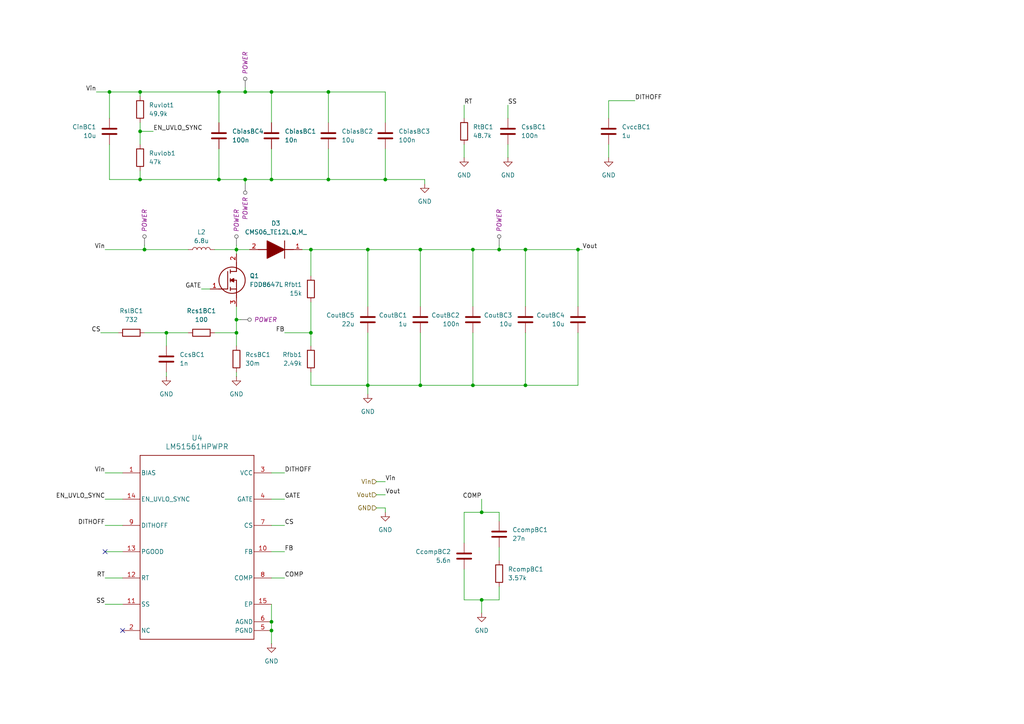
<source format=kicad_sch>
(kicad_sch (version 20231120) (generator "eeschema") (generator_version "8.0")
  (paper "A4")
  (title_block (title "Boost Converter") (date "2024-03-27") (rev "v0.1.0") (company "RTAP"))
  (lib_symbols
    (symbol "Device:C" (pin_numbers hide) (pin_names (offset 0.254))
      (property "Reference" "C" (at 0.635 2.54 0))
      (property "Value" "C" (at 0.635 -2.54 0))
      (symbol "C_0_1"
        (polyline (pts (xy -2.032 -0.762) (xy 2.032 -0.762)) (stroke (width 0.508)))
        (polyline (pts (xy -2.032 0.762) (xy 2.032 0.762)) (stroke (width 0.508)))
      )
      (symbol "C_1_1"
        (pin passive line (at 0 3.81 270) (length 2.794) (name "~") (number "1"))
        (pin passive line (at 0 -3.81 90) (length 2.794) (name "~") (number "2"))
      )
    )
    (symbol "Device:L" (pin_numbers hide) (pin_names (offset 1.016) hide)
      (property "Reference" "L" (at -1.27 0 90))
      (property "Value" "L" (at 1.905 0 90))
      (symbol "L_0_1"
        (arc (start 0 -2.54) (mid 0.6323 -1.905) (end 0 -1.27))
        (arc (start 0 -1.27) (mid 0.6323 -0.635) (end 0 0))
        (arc (start 0 0) (mid 0.6323 0.635) (end 0 1.27))
        (arc (start 0 1.27) (mid 0.6323 1.905) (end 0 2.54))
      )
      (symbol "L_1_1"
        (pin passive line (at 0 3.81 270) (length 1.27) (name "1") (number "1"))
        (pin passive line (at 0 -3.81 90) (length 1.27) (name "2") (number "2"))
      )
    )
    (symbol "Device:R" (pin_numbers hide) (pin_names (offset 0))
      (property "Reference" "R" (at 2.032 0 90))
      (property "Value" "R" (at 0 0 90))
      (symbol "R_0_1"
        (rectangle (start -1.016 -2.54) (end 1.016 2.54) (stroke (width 0.254)))
      )
      (symbol "R_1_1"
        (pin passive line (at 0 3.81 270) (length 1.27) (name "~") (number "1"))
        (pin passive line (at 0 -3.81 90) (length 1.27) (name "~") (number "2"))
      )
    )
    (symbol "alimentacion:CMS06_TE12L,Q,M_" (pin_names hide)
      (property "Reference" "D" (at 11.43 5.08 0))
      (property "Value" "CMS06_TE12L,Q,M_" (at 11.43 2.54 0))
      (symbol "CMS06_TE12L,Q,M__1_1"
        (polyline (pts (xy 2.54 0) (xy 5.08 0)) (stroke (width 0.254)))
        (polyline (pts (xy 5.08 2.54) (xy 5.08 -2.54)) (stroke (width 0.254)))
        (polyline (pts (xy 10.16 0) (xy 12.7 0)) (stroke (width 0.254)))
        (polyline (pts (xy 5.08 0) (xy 10.16 2.54) (xy 10.16 -2.54) (xy 5.08 0)) (stroke (width 0.254)) (fill (type outline)))
        (pin passive line (at 0 0 0) (length 2.54) (name "K") (number "1"))
        (pin passive line (at 15.24 0 180) (length 2.54) (name "A") (number "2"))
      )
    )
    (symbol "alimentacion:FDD8647L" (pin_names hide)
      (property "Reference" "Q" (at 11.43 3.81 0))
      (property "Value" "FDD8647L" (at 11.43 1.27 0))
      (symbol "FDD8647L_1_1"
        (polyline (pts (xy 2.54 0) (xy 5.08 0)) (stroke (width 0.254)))
        (polyline (pts (xy 5.08 5.08) (xy 5.08 0)) (stroke (width 0.254)))
        (polyline (pts (xy 5.842 -0.508) (xy 5.842 0.508)) (stroke (width 0.254)))
        (polyline (pts (xy 5.842 0) (xy 7.62 0)) (stroke (width 0.254)))
        (polyline (pts (xy 5.842 2.032) (xy 5.842 3.048)) (stroke (width 0.254)))
        (polyline (pts (xy 5.842 5.588) (xy 5.842 4.572)) (stroke (width 0.254)))
        (polyline (pts (xy 7.62 2.54) (xy 5.842 2.54)) (stroke (width 0.254)))
        (polyline (pts (xy 7.62 2.54) (xy 7.62 -2.54)) (stroke (width 0.254)))
        (polyline (pts (xy 7.62 5.08) (xy 5.842 5.08)) (stroke (width 0.254)))
        (polyline (pts (xy 7.62 5.08) (xy 7.62 7.62)) (stroke (width 0.254)))
        (polyline (pts (xy 5.842 2.54) (xy 6.858 3.048) (xy 6.858 2.032) (xy 5.842 2.54)) (stroke (width 0.254)) (fill (type outline)))
        (circle (center 6.35 2.54) (radius 3.81) (stroke (width 0.254)))
        (pin passive line (at 0 0 0) (length 2.54) (name "G") (number "1"))
        (pin passive line (at 7.62 10.16 270) (length 2.54) (name "D") (number "2"))
        (pin passive line (at 7.62 -5.08 90) (length 2.54) (name "S") (number "3"))
      )
    )
    (symbol "alimentacion:LM51561HPWPR" (pin_names (offset 0.254))
      (property "Reference" "U" (at 0 2.54 0))
      (property "Value" "LM51561HPWPR" (at 0 0 0))
      (symbol "LM51561HPWPR_0_1"
        (polyline (pts (xy 5.08 -48.26) (xy 38.1 -48.26)) (stroke (width 0.2032)))
        (polyline (pts (xy 5.08 5.08) (xy 5.08 -48.26)) (stroke (width 0.2032)))
        (polyline (pts (xy 38.1 -48.26) (xy 38.1 5.08)) (stroke (width 0.2032)))
        (polyline (pts (xy 38.1 5.08) (xy 5.08 5.08)) (stroke (width 0.2032)))
        (pin power_in line (at 0 0 0) (length 5.08) (name "BIAS") (number "1"))
        (pin unspecified line (at 43.18 -22.86 180) (length 5.08) (name "FB") (number "10"))
        (pin unspecified line (at 0 -38.1 0) (length 5.08) (name "SS") (number "11"))
        (pin unspecified line (at 0 -30.48 0) (length 5.08) (name "RT") (number "12"))
        (pin open_collector line (at 0 -22.86 0) (length 5.08) (name "PGOOD") (number "13"))
        (pin input line (at 0 -7.62 0) (length 5.08) (name "EN_UVLO_SYNC") (number "14"))
        (pin unspecified line (at 43.18 -38.1 180) (length 5.08) (name "EP") (number "15"))
        (pin unspecified line (at 0 -45.72 0) (length 5.08) (name "NC") (number "2"))
        (pin unspecified line (at 43.18 0 180) (length 5.08) (name "VCC") (number "3"))
        (pin unspecified line (at 43.18 -7.62 180) (length 5.08) (name "GATE") (number "4"))
        (pin power_in line (at 43.18 -45.72 180) (length 5.08) (name "PGND") (number "5"))
        (pin power_in line (at 43.18 -43.18 180) (length 5.08) (name "AGND") (number "6"))
        (pin unspecified line (at 43.18 -15.24 180) (length 5.08) (name "CS") (number "7"))
        (pin unspecified line (at 43.18 -30.48 180) (length 5.08) (name "COMP") (number "8"))
        (pin input line (at 0 -15.24 0) (length 5.08) (name "DITHOFF") (number "9"))
      )
    )
    (symbol "power:GND" (power) (pin_numbers hide) (pin_names (offset 0) hide)
      (property "Value" "GND" (at 0 -3.81 0))
      (symbol "GND_0_1"
        (polyline (pts (xy 0 0) (xy 0 -1.27) (xy 1.27 -1.27) (xy 0 -2.54) (xy -1.27 -1.27) (xy 0 -1.27)))
      )
      (symbol "GND_1_1"
        (pin power_in line (at 0 0 270) (length 0) (name "~") (number "1"))
      )
    )
  )
  (junction (at 71.12 26.67))
  (junction (at 63.5 52.07))
  (junction (at 78.74 182.88))
  (junction (at 152.4 72.39))
  (junction (at 95.25 52.07))
  (junction (at 68.58 92.71))
  (junction (at 111.76 52.07))
  (junction (at 167.64 72.39))
  (junction (at 40.64 52.07))
  (junction (at 71.12 52.07))
  (junction (at 48.26 96.52))
  (junction (at 152.4 111.76))
  (junction (at 31.75 26.67))
  (junction (at 139.7 148.59))
  (junction (at 106.68 72.39))
  (junction (at 90.17 72.39))
  (junction (at 68.58 96.52))
  (junction (at 106.68 111.76))
  (junction (at 78.74 180.34))
  (junction (at 121.92 111.76))
  (junction (at 40.64 26.67))
  (junction (at 78.74 26.67))
  (junction (at 121.92 72.39))
  (junction (at 137.16 111.76))
  (junction (at 95.25 26.67))
  (junction (at 144.78 72.39))
  (junction (at 68.58 72.39))
  (junction (at 139.7 173.99))
  (junction (at 90.17 96.52))
  (junction (at 63.5 26.67))
  (junction (at 40.64 38.1))
  (junction (at 41.91 72.39))
  (junction (at 78.74 52.07))
  (junction (at 137.16 72.39))
  (no_connect (at 35.56 182.88))
  (no_connect (at 30.48 160.02))
  (wire (pts (xy 134.62 173.99) (xy 139.7 173.99)))
  (wire (pts (xy 95.25 26.67) (xy 111.76 26.67)))
  (wire (pts (xy 139.7 144.78) (xy 139.7 148.59)))
  (wire (pts (xy 31.75 26.67) (xy 31.75 34.29)))
  (wire (pts (xy 167.64 72.39) (xy 168.91 72.39)))
  (wire (pts (xy 144.78 71.12) (xy 144.78 72.39)))
  (wire (pts (xy 68.58 72.39) (xy 72.39 72.39)))
  (wire (pts (xy 95.25 52.07) (xy 111.76 52.07)))
  (wire (pts (xy 144.78 173.99) (xy 139.7 173.99)))
  (wire (pts (xy 68.58 71.12) (xy 68.58 72.39)))
  (wire (pts (xy 82.55 152.4) (xy 78.74 152.4)))
  (wire (pts (xy 71.12 52.07) (xy 78.74 52.07)))
  (wire (pts (xy 30.48 167.64) (xy 35.56 167.64)))
  (wire (pts (xy 31.75 52.07) (xy 40.64 52.07)))
  (wire (pts (xy 58.42 83.82) (xy 60.96 83.82)))
  (wire (pts (xy 144.78 148.59) (xy 144.78 151.13)))
  (wire (pts (xy 90.17 111.76) (xy 90.17 107.95)))
  (wire (pts (xy 144.78 170.18) (xy 144.78 173.99)))
  (wire (pts (xy 147.32 45.72) (xy 147.32 41.91)))
  (wire (pts (xy 90.17 80.01) (xy 90.17 72.39)))
  (wire (pts (xy 29.21 96.52) (xy 34.29 96.52)))
  (wire (pts (xy 40.64 38.1) (xy 44.45 38.1)))
  (wire (pts (xy 144.78 72.39) (xy 152.4 72.39)))
  (wire (pts (xy 109.22 139.7) (xy 111.76 139.7)))
  (wire (pts (xy 78.74 35.56) (xy 78.74 26.67)))
  (wire (pts (xy 109.22 147.32) (xy 111.76 147.32)))
  (wire (pts (xy 106.68 111.76) (xy 90.17 111.76)))
  (wire (pts (xy 63.5 52.07) (xy 71.12 52.07)))
  (wire (pts (xy 40.64 38.1) (xy 40.64 41.91)))
  (wire (pts (xy 176.53 34.29) (xy 176.53 29.21)))
  (wire (pts (xy 40.64 49.53) (xy 40.64 52.07)))
  (wire (pts (xy 137.16 96.52) (xy 137.16 111.76)))
  (wire (pts (xy 48.26 96.52) (xy 48.26 100.33)))
  (wire (pts (xy 134.62 30.48) (xy 134.62 34.29)))
  (wire (pts (xy 40.64 35.56) (xy 40.64 38.1)))
  (wire (pts (xy 78.74 52.07) (xy 95.25 52.07)))
  (wire (pts (xy 111.76 52.07) (xy 123.19 52.07)))
  (wire (pts (xy 152.4 111.76) (xy 167.64 111.76)))
  (wire (pts (xy 71.12 25.4) (xy 71.12 26.67)))
  (wire (pts (xy 41.91 72.39) (xy 54.61 72.39)))
  (wire (pts (xy 137.16 88.9) (xy 137.16 72.39)))
  (wire (pts (xy 82.55 137.16) (xy 78.74 137.16)))
  (wire (pts (xy 134.62 148.59) (xy 139.7 148.59)))
  (wire (pts (xy 27.94 26.67) (xy 31.75 26.67)))
  (wire (pts (xy 63.5 26.67) (xy 71.12 26.67)))
  (wire (pts (xy 167.64 96.52) (xy 167.64 111.76)))
  (wire (pts (xy 167.64 88.9) (xy 167.64 72.39)))
  (wire (pts (xy 147.32 30.48) (xy 147.32 34.29)))
  (wire (pts (xy 30.48 175.26) (xy 35.56 175.26)))
  (wire (pts (xy 82.55 96.52) (xy 90.17 96.52)))
  (wire (pts (xy 90.17 96.52) (xy 90.17 100.33)))
  (wire (pts (xy 78.74 182.88) (xy 78.74 186.69)))
  (wire (pts (xy 106.68 96.52) (xy 106.68 111.76)))
  (wire (pts (xy 68.58 88.9) (xy 68.58 92.71)))
  (wire (pts (xy 31.75 26.67) (xy 40.64 26.67)))
  (wire (pts (xy 95.25 35.56) (xy 95.25 26.67)))
  (wire (pts (xy 78.74 26.67) (xy 95.25 26.67)))
  (wire (pts (xy 30.48 152.4) (xy 35.56 152.4)))
  (wire (pts (xy 111.76 35.56) (xy 111.76 26.67)))
  (wire (pts (xy 62.23 96.52) (xy 68.58 96.52)))
  (wire (pts (xy 63.5 52.07) (xy 63.5 43.18)))
  (wire (pts (xy 68.58 109.22) (xy 68.58 107.95)))
  (wire (pts (xy 134.62 173.99) (xy 134.62 165.1)))
  (wire (pts (xy 82.55 144.78) (xy 78.74 144.78)))
  (wire (pts (xy 106.68 114.3) (xy 106.68 111.76)))
  (wire (pts (xy 40.64 26.67) (xy 63.5 26.67)))
  (wire (pts (xy 137.16 111.76) (xy 152.4 111.76)))
  (wire (pts (xy 139.7 148.59) (xy 144.78 148.59)))
  (wire (pts (xy 40.64 26.67) (xy 40.64 27.94)))
  (wire (pts (xy 63.5 35.56) (xy 63.5 26.67)))
  (wire (pts (xy 109.22 143.51) (xy 111.76 143.51)))
  (wire (pts (xy 123.19 52.07) (xy 123.19 53.34)))
  (wire (pts (xy 106.68 72.39) (xy 121.92 72.39)))
  (wire (pts (xy 40.64 52.07) (xy 63.5 52.07)))
  (wire (pts (xy 152.4 72.39) (xy 167.64 72.39)))
  (wire (pts (xy 106.68 72.39) (xy 106.68 88.9)))
  (wire (pts (xy 152.4 96.52) (xy 152.4 111.76)))
  (wire (pts (xy 176.53 45.72) (xy 176.53 41.91)))
  (wire (pts (xy 68.58 92.71) (xy 68.58 96.52)))
  (wire (pts (xy 71.12 53.34) (xy 71.12 52.07)))
  (wire (pts (xy 90.17 87.63) (xy 90.17 96.52)))
  (wire (pts (xy 95.25 43.18) (xy 95.25 52.07)))
  (wire (pts (xy 71.12 26.67) (xy 78.74 26.67)))
  (wire (pts (xy 121.92 96.52) (xy 121.92 111.76)))
  (wire (pts (xy 176.53 29.21) (xy 184.15 29.21)))
  (wire (pts (xy 78.74 43.18) (xy 78.74 52.07)))
  (wire (pts (xy 121.92 72.39) (xy 121.92 88.9)))
  (wire (pts (xy 78.74 175.26) (xy 78.74 180.34)))
  (wire (pts (xy 30.48 144.78) (xy 35.56 144.78)))
  (wire (pts (xy 137.16 72.39) (xy 121.92 72.39)))
  (wire (pts (xy 137.16 72.39) (xy 144.78 72.39)))
  (wire (pts (xy 30.48 160.02) (xy 35.56 160.02)))
  (wire (pts (xy 30.48 137.16) (xy 35.56 137.16)))
  (wire (pts (xy 69.85 92.71) (xy 68.58 92.71)))
  (wire (pts (xy 134.62 157.48) (xy 134.62 148.59)))
  (wire (pts (xy 111.76 147.32) (xy 111.76 148.59)))
  (wire (pts (xy 82.55 160.02) (xy 78.74 160.02)))
  (wire (pts (xy 144.78 158.75) (xy 144.78 162.56)))
  (wire (pts (xy 111.76 43.18) (xy 111.76 52.07)))
  (wire (pts (xy 30.48 72.39) (xy 41.91 72.39)))
  (wire (pts (xy 90.17 72.39) (xy 106.68 72.39)))
  (wire (pts (xy 139.7 177.8) (xy 139.7 173.99)))
  (wire (pts (xy 31.75 52.07) (xy 31.75 41.91)))
  (wire (pts (xy 121.92 111.76) (xy 106.68 111.76)))
  (wire (pts (xy 87.63 72.39) (xy 90.17 72.39)))
  (wire (pts (xy 41.91 71.12) (xy 41.91 72.39)))
  (wire (pts (xy 48.26 96.52) (xy 54.61 96.52)))
  (wire (pts (xy 82.55 167.64) (xy 78.74 167.64)))
  (wire (pts (xy 62.23 72.39) (xy 68.58 72.39)))
  (wire (pts (xy 68.58 72.39) (xy 68.58 73.66)))
  (wire (pts (xy 134.62 45.72) (xy 134.62 41.91)))
  (wire (pts (xy 121.92 111.76) (xy 137.16 111.76)))
  (wire (pts (xy 152.4 88.9) (xy 152.4 72.39)))
  (wire (pts (xy 48.26 109.22) (xy 48.26 107.95)))
  (wire (pts (xy 41.91 96.52) (xy 48.26 96.52)))
  (wire (pts (xy 68.58 96.52) (xy 68.58 100.33)))
  (wire (pts (xy 78.74 180.34) (xy 78.74 182.88)))
  (label "SS" (at 30.48 175.26 180))
  (label "SS" (at 147.32 30.48 0))
  (label "RT" (at 134.62 30.48 0))
  (label "Vin" (at 30.48 137.16 180))
  (label "Vout" (at 168.91 72.39 0))
  (label "Vin" (at 111.76 139.7 0))
  (label "CS" (at 82.55 152.4 0))
  (label "Vin" (at 30.48 72.39 180))
  (label "FB" (at 82.55 96.52 180))
  (label "DITHOFF" (at 184.15 29.21 0))
  (label "DITHOFF" (at 82.55 137.16 0))
  (label "RT" (at 30.48 167.64 180))
  (label "EN_UVLO_SYNC" (at 44.45 38.1 0))
  (label "FB" (at 82.55 160.02 0))
  (label "CS" (at 29.21 96.52 180))
  (label "COMP" (at 82.55 167.64 0))
  (label "EN_UVLO_SYNC" (at 30.48 144.78 180))
  (label "Vin" (at 27.94 26.67 180))
  (label "DITHOFF" (at 30.48 152.4 180))
  (label "Vout" (at 111.76 143.51 0))
  (label "COMP" (at 139.7 144.78 180))
  (label "GATE" (at 82.55 144.78 0))
  (label "GATE" (at 58.42 83.82 180))
  (hierarchical_label "Vout" (shape input) (at 109.22 143.51 180))
  (hierarchical_label "Vin" (shape input) (at 109.22 139.7 180))
  (hierarchical_label "GND" (shape input) (at 109.22 147.32 180))
  (netclass_flag "" (length 2.54) (shape round) (at 71.12 53.34 180) (property "Netclass" "POWER" (at 71.12 57.15 90) (effects (font (italic yes)) (justify right))))
  (netclass_flag "" (length 2.54) (shape round) (at 71.12 25.4 0) (property "Netclass" "POWER" (at 71.12 21.59 90) (effects (font (italic yes)) (justify left))))
  (netclass_flag "" (length 2.54) (shape round) (at 41.91 71.12 0) (property "Netclass" "POWER" (at 41.91 67.31 90) (effects (font (italic yes)) (justify left))))
  (netclass_flag "" (length 2.54) (shape round) (at 144.78 71.12 0) (property "Netclass" "POWER" (at 144.78 67.31 90) (effects (font (italic yes)) (justify left))))
  (netclass_flag "" (length 2.54) (shape round) (at 68.58 71.12 0) (property "Netclass" "POWER" (at 68.58 67.31 90) (effects (font (italic yes)) (justify left))))
  (netclass_flag "" (length 2.54) (shape round) (at 69.85 92.71 270) (property "Netclass" "POWER" (at 73.66 92.71 0) (effects (font (italic yes)) (justify left))))
  (symbol (lib_id "Device:C") (at 152.4 92.71 0) (mirror x) (unit 1)
    (property "Reference" "CoutBC3" (at 148.59 91.4399 0) (effects (justify right)))
    (property "Value" "10u" (at 148.59 93.9799 0) (effects (justify right)))
    (property "Footprint" "Capacitor_SMD:C_1206_3216Metric_Pad1.33x1.80mm_HandSolder" (effects (hide yes)))
    (property "Description" "Unpolarized capacitor" (effects (hide yes)))
  )
  (symbol (lib_id "Device:C") (at 134.62 161.29 0) (mirror x) (unit 1)
    (property "Reference" "CcompBC2" (at 130.81 160.0199 0) (effects (justify right)))
    (property "Value" "5.6n" (at 130.81 162.5599 0) (effects (justify right)))
    (property "Footprint" "Capacitor_SMD:C_0603_1608Metric" (effects (hide yes)))
    (property "Description" "Unpolarized capacitor" (effects (hide yes)))
  )
  (symbol (lib_id "power:GND") (at 111.76 148.59 0) (unit 1)
    (property "Reference" "#PWR030" (effects (hide yes)))
    (property "Value" "GND" (at 111.76 153.67 0))
    (property "Description" "Power symbol creates a global label with name \"GND\" , ground" (effects (hide yes)))
  )
  (symbol (lib_id "power:GND") (at 147.32 45.72 0) (unit 1)
    (property "Reference" "#PWR026" (effects (hide yes)))
    (property "Value" "GND" (at 147.32 50.8 0))
    (property "Description" "Power symbol creates a global label with name \"GND\" , ground" (effects (hide yes)))
  )
  (symbol (lib_id "power:GND") (at 106.68 114.3 0) (unit 1)
    (property "Reference" "#PWR032" (effects (hide yes)))
    (property "Value" "GND" (at 106.68 119.38 0))
    (property "Description" "Power symbol creates a global label with name \"GND\" , ground" (effects (hide yes)))
  )
  (symbol (lib_id "alimentacion:LM51561HPWPR") (at 35.56 137.16 0) (unit 1)
    (property "Reference" "U4" (at 57.15 127 0) (effects (font (size 1.524 1.524))))
    (property "Value" "LM51561HPWPR" (at 57.15 129.54 0) (effects (font (size 1.524 1.524))))
    (property "Footprint" "library:PWP0014H-IPC_A" (effects (hide yes)))
    (property "Datasheet" "LM51561HPWPR" (effects (hide yes)))
  )
  (symbol (lib_id "Device:C") (at 167.64 92.71 0) (mirror x) (unit 1)
    (property "Reference" "CoutBC4" (at 163.83 91.4399 0) (effects (justify right)))
    (property "Value" "10u" (at 163.83 93.9799 0) (effects (justify right)))
    (property "Footprint" "Capacitor_SMD:C_1206_3216Metric_Pad1.33x1.80mm_HandSolder" (effects (hide yes)))
    (property "Description" "Unpolarized capacitor" (effects (hide yes)))
  )
  (symbol (lib_id "Device:C") (at 48.26 104.14 180) (unit 1)
    (property "Reference" "CcsBC1" (at 52.07 102.8699 0) (effects (justify right)))
    (property "Value" "1n" (at 52.07 105.4099 0) (effects (justify right)))
    (property "Footprint" "Capacitor_SMD:C_0603_1608Metric" (effects (hide yes)))
    (property "Description" "Unpolarized capacitor" (effects (hide yes)))
  )
  (symbol (lib_id "Device:C") (at 137.16 92.71 0) (mirror x) (unit 1)
    (property "Reference" "CoutBC2" (at 133.35 91.4399 0) (effects (justify right)))
    (property "Value" "100n" (at 133.35 93.9799 0) (effects (justify right)))
    (property "Footprint" "Capacitor_SMD:C_1206_3216Metric_Pad1.33x1.80mm_HandSolder" (effects (hide yes)))
    (property "Description" "Unpolarized capacitor" (effects (hide yes)))
  )
  (symbol (lib_id "Device:C") (at 95.25 39.37 180) (unit 1)
    (property "Reference" "CbiasBC2" (at 99.06 38.0999 0) (effects (justify right)))
    (property "Value" "10u" (at 99.06 40.6399 0) (effects (justify right)))
    (property "Footprint" "Capacitor_SMD:C_1206_3216Metric_Pad1.33x1.80mm_HandSolder" (effects (hide yes)))
    (property "Description" "Unpolarized capacitor" (effects (hide yes)))
  )
  (symbol (lib_id "Device:C") (at 144.78 154.94 180) (unit 1)
    (property "Reference" "CcompBC1" (at 148.59 153.6699 0) (effects (justify right)))
    (property "Value" "27n" (at 148.59 156.2099 0) (effects (justify right)))
    (property "Footprint" "Capacitor_SMD:C_0603_1608Metric" (effects (hide yes)))
    (property "Description" "Unpolarized capacitor" (effects (hide yes)))
  )
  (symbol (lib_id "Device:R") (at 144.78 166.37 0) (unit 1)
    (property "Reference" "RcompBC1" (at 147.32 165.0999 0) (effects (justify left)))
    (property "Value" "3.57k" (at 147.32 167.6399 0) (effects (justify left)))
    (property "Footprint" "Resistor_SMD:R_0603_1608Metric" (effects (hide yes)))
    (property "Description" "Resistor" (effects (hide yes)))
  )
  (symbol (lib_id "Device:R") (at 90.17 83.82 0) (mirror x) (unit 1)
    (property "Reference" "Rfbt1" (at 87.63 82.5499 0) (effects (justify right)))
    (property "Value" "15k" (at 87.63 85.0899 0) (effects (justify right)))
    (property "Footprint" "Resistor_SMD:R_0603_1608Metric" (effects (hide yes)))
    (property "Description" "Resistor" (effects (hide yes)))
  )
  (symbol (lib_id "Device:C") (at 78.74 39.37 180) (unit 1)
    (property "Reference" "CbiasBC1" (at 82.55 38.0999 0) (effects (justify right)))
    (property "Value" "10n" (at 82.55 40.6399 0) (effects (justify right)))
    (property "Footprint" "Capacitor_SMD:C_1206_3216Metric_Pad1.33x1.80mm_HandSolder" (effects (hide yes)))
    (property "Description" "Unpolarized capacitor" (effects (hide yes)))
  )
  (symbol (lib_id "Device:R") (at 40.64 45.72 0) (unit 1)
    (property "Reference" "Ruvlob1" (at 43.18 44.4499 0) (effects (justify left)))
    (property "Value" "47k" (at 43.18 46.9899 0) (effects (justify left)))
    (property "Footprint" "Resistor_SMD:R_0603_1608Metric" (effects (hide yes)))
    (property "Description" "Resistor" (effects (hide yes)))
  )
  (symbol (lib_id "power:GND") (at 78.74 186.69 0) (unit 1)
    (property "Reference" "#PWR023" (effects (hide yes)))
    (property "Value" "GND" (at 78.74 191.77 0))
    (property "Description" "Power symbol creates a global label with name \"GND\" , ground" (effects (hide yes)))
  )
  (symbol (lib_id "Device:C") (at 63.5 39.37 180) (unit 1)
    (property "Reference" "CbiasBC4" (at 67.31 38.0999 0) (effects (justify right)))
    (property "Value" "100n" (at 67.31 40.6399 0) (effects (justify right)))
    (property "Footprint" "Capacitor_SMD:C_1206_3216Metric_Pad1.33x1.80mm_HandSolder" (effects (hide yes)))
    (property "Description" "Unpolarized capacitor" (effects (hide yes)))
  )
  (symbol (lib_id "alimentacion:FDD8647L") (at 60.96 83.82 0) (unit 1)
    (property "Reference" "Q1" (at 72.39 80.0099 0) (effects (justify left)))
    (property "Value" "FDD8647L" (at 72.39 82.5499 0) (effects (justify left)))
    (property "Footprint" "library:FDD8647L" (effects (hide yes)))
    (property "Datasheet" "http://www.onsemi.com/pub/Collateral/FDD8647L-D.pdf" (effects (hide yes)))
    (property "Description" "MOSFET N-Channel 40V 14A DPAK Fairchild FDD8647L N-channel MOSFET Transistor, 52 A, 40 V, 3-Pin TO-252" (effects (hide yes)))
    (property "Height" "2.517" (effects (hide yes)))
    (property "Mouser Part Number" "512-FDD8647L" (effects (hide yes)))
    (property "Mouser Price/Stock" "https://www.mouser.co.uk/ProductDetail/onsemi-Fairchild/FDD8647L?qs=TJAa8f4mj4sEP1Ir%252BqmciA%3D%3D" (effects (hide yes)))
    (property "Manufacturer_Name" "onsemi" (effects (hide yes)))
    (property "Manufacturer_Part_Number" "FDD8647L" (effects (hide yes)))
  )
  (symbol (lib_id "Device:R") (at 134.62 38.1 0) (unit 1)
    (property "Reference" "RtBC1" (at 137.16 36.8299 0) (effects (justify left)))
    (property "Value" "48.7k" (at 137.16 39.3699 0) (effects (justify left)))
    (property "Footprint" "Resistor_SMD:R_0603_1608Metric" (effects (hide yes)))
    (property "Description" "Resistor" (effects (hide yes)))
  )
  (symbol (lib_id "Device:L") (at 58.42 72.39 90) (unit 1)
    (property "Reference" "L2" (at 58.42 67.31 90))
    (property "Value" "6.8u" (at 58.42 69.85 90))
    (property "Footprint" "library:SRN6045" (effects (hide yes)))
    (property "Description" "Inductor" (effects (hide yes)))
  )
  (symbol (lib_id "Device:R") (at 90.17 104.14 0) (mirror x) (unit 1)
    (property "Reference" "Rfbb1" (at 87.63 102.8699 0) (effects (justify right)))
    (property "Value" "2.49k" (at 87.63 105.4099 0) (effects (justify right)))
    (property "Footprint" "Resistor_SMD:R_0603_1608Metric" (effects (hide yes)))
    (property "Description" "Resistor" (effects (hide yes)))
  )
  (symbol (lib_id "Device:R") (at 40.64 31.75 0) (unit 1)
    (property "Reference" "Ruvlot1" (at 43.18 30.4799 0) (effects (justify left)))
    (property "Value" "49.9k" (at 43.18 33.0199 0) (effects (justify left)))
    (property "Footprint" "Resistor_SMD:R_0603_1608Metric" (effects (hide yes)))
    (property "Description" "Resistor" (effects (hide yes)))
  )
  (symbol (lib_id "Device:C") (at 111.76 39.37 180) (unit 1)
    (property "Reference" "CbiasBC3" (at 115.57 38.0999 0) (effects (justify right)))
    (property "Value" "100n" (at 115.57 40.6399 0) (effects (justify right)))
    (property "Footprint" "Capacitor_SMD:C_1206_3216Metric_Pad1.33x1.80mm_HandSolder" (effects (hide yes)))
    (property "Description" "Unpolarized capacitor" (effects (hide yes)))
  )
  (symbol (lib_id "Device:C") (at 147.32 38.1 180) (unit 1)
    (property "Reference" "CssBC1" (at 151.13 36.8299 0) (effects (justify right)))
    (property "Value" "100n" (at 151.13 39.3699 0) (effects (justify right)))
    (property "Footprint" "Capacitor_SMD:C_0603_1608Metric" (effects (hide yes)))
    (property "Description" "Unpolarized capacitor" (effects (hide yes)))
  )
  (symbol (lib_id "Device:R") (at 38.1 96.52 90) (unit 1)
    (property "Reference" "RslBC1" (at 38.1 90.17 90))
    (property "Value" "732" (at 38.1 92.71 90))
    (property "Footprint" "Resistor_SMD:R_0603_1608Metric" (effects (hide yes)))
    (property "Description" "Resistor" (effects (hide yes)))
  )
  (symbol (lib_id "power:GND") (at 139.7 177.8 0) (unit 1)
    (property "Reference" "#PWR028" (effects (hide yes)))
    (property "Value" "GND" (at 139.7 182.88 0))
    (property "Description" "Power symbol creates a global label with name \"GND\" , ground" (effects (hide yes)))
  )
  (symbol (lib_id "Device:C") (at 176.53 38.1 180) (unit 1)
    (property "Reference" "CvccBC1" (at 180.34 36.8299 0) (effects (justify right)))
    (property "Value" "1u" (at 180.34 39.3699 0) (effects (justify right)))
    (property "Footprint" "Capacitor_SMD:C_0603_1608Metric" (effects (hide yes)))
    (property "Description" "Unpolarized capacitor" (effects (hide yes)))
  )
  (symbol (lib_id "Device:C") (at 31.75 38.1 0) (mirror y) (unit 1)
    (property "Reference" "CinBC1" (at 27.94 36.8299 0) (effects (justify left)))
    (property "Value" "10u" (at 27.94 39.3699 0) (effects (justify left)))
    (property "Footprint" "Capacitor_SMD:C_1206_3216Metric_Pad1.33x1.80mm_HandSolder" (effects (hide yes)))
    (property "Description" "Unpolarized capacitor" (effects (hide yes)))
  )
  (symbol (lib_id "power:GND") (at 134.62 45.72 0) (unit 1)
    (property "Reference" "#PWR025" (effects (hide yes)))
    (property "Value" "GND" (at 134.62 50.8 0))
    (property "Description" "Power symbol creates a global label with name \"GND\" , ground" (effects (hide yes)))
  )
  (symbol (lib_id "Device:R") (at 68.58 104.14 180) (unit 1)
    (property "Reference" "RcsBC1" (at 71.12 102.8699 0) (effects (justify right)))
    (property "Value" "30m" (at 71.12 105.4099 0) (effects (justify right)))
    (property "Footprint" "Resistor_SMD:R_1206_3216Metric" (effects (hide yes)))
    (property "Description" "Resistor" (effects (hide yes)))
  )
  (symbol (lib_id "alimentacion:CMS06_TE12L,Q,M_") (at 87.63 72.39 180) (unit 1)
    (property "Reference" "D3" (at 80.01 64.77 0))
    (property "Value" "CMS06_TE12L,Q,M_" (at 80.01 67.31 0))
    (property "Footprint" "library:SODFL4724X108N" (effects (hide yes)))
    (property "Datasheet" "https://datasheet.datasheetarchive.com/originals/distributors/Datasheets-DGA23/1390061.pdf" (effects (hide yes)))
    (property "Description" "Diode, SBD, 30V/2A, M-FLAT Toshiba CMS06(TE12L,Q,M), SMT Diode, 30V 2A, 2-Pin M-FLAT" (effects (hide yes)))
    (property "Height" "1.08" (effects (hide yes)))
    (property "Mouser Part Number" "757-CMS06TE12L,Q,M" (effects (hide yes)))
    (property "Mouser Price/Stock" "https://www.mouser.co.uk/ProductDetail/Toshiba/CMS06TE12LQM?qs=3oXjESXZBsBUDoR5avI6WQ%3D%3D" (effects (hide yes)))
    (property "Manufacturer_Name" "Toshiba" (effects (hide yes)))
    (property "Manufacturer_Part_Number" "CMS06(TE12L,Q,M)" (effects (hide yes)))
  )
  (symbol (lib_id "Device:C") (at 121.92 92.71 0) (mirror x) (unit 1)
    (property "Reference" "CoutBC1" (at 118.11 91.4399 0) (effects (justify right)))
    (property "Value" "1u" (at 118.11 93.9799 0) (effects (justify right)))
    (property "Footprint" "Capacitor_SMD:C_1206_3216Metric_Pad1.33x1.80mm_HandSolder" (effects (hide yes)))
    (property "Description" "Unpolarized capacitor" (effects (hide yes)))
  )
  (symbol (lib_id "power:GND") (at 123.19 53.34 0) (unit 1)
    (property "Reference" "#PWR024" (effects (hide yes)))
    (property "Value" "GND" (at 123.19 58.42 0))
    (property "Description" "Power symbol creates a global label with name \"GND\" , ground" (effects (hide yes)))
  )
  (symbol (lib_id "Device:R") (at 58.42 96.52 90) (unit 1)
    (property "Reference" "Rcs1BC1" (at 58.42 90.17 90))
    (property "Value" "100" (at 58.42 92.71 90))
    (property "Footprint" "Resistor_SMD:R_0603_1608Metric" (effects (hide yes)))
    (property "Description" "Resistor" (effects (hide yes)))
  )
  (symbol (lib_id "power:GND") (at 48.26 109.22 0) (unit 1)
    (property "Reference" "#PWR029" (effects (hide yes)))
    (property "Value" "GND" (at 48.26 114.3 0))
    (property "Description" "Power symbol creates a global label with name \"GND\" , ground" (effects (hide yes)))
  )
  (symbol (lib_id "Device:C") (at 106.68 92.71 0) (mirror x) (unit 1)
    (property "Reference" "CoutBC5" (at 102.87 91.4399 0) (effects (justify right)))
    (property "Value" "22u" (at 102.87 93.9799 0) (effects (justify right)))
    (property "Footprint" "Capacitor_SMD:C_1206_3216Metric_Pad1.33x1.80mm_HandSolder" (effects (hide yes)))
    (property "Description" "Unpolarized capacitor" (effects (hide yes)))
  )
  (symbol (lib_id "power:GND") (at 68.58 109.22 0) (unit 1)
    (property "Reference" "#PWR031" (effects (hide yes)))
    (property "Value" "GND" (at 68.58 114.3 0))
    (property "Description" "Power symbol creates a global label with name \"GND\" , ground" (effects (hide yes)))
  )
  (symbol (lib_id "power:GND") (at 176.53 45.72 0) (unit 1)
    (property "Reference" "#PWR027" (effects (hide yes)))
    (property "Value" "GND" (at 176.53 50.8 0))
    (property "Description" "Power symbol creates a global label with name \"GND\" , ground" (effects (hide yes)))
  )
)
</source>
